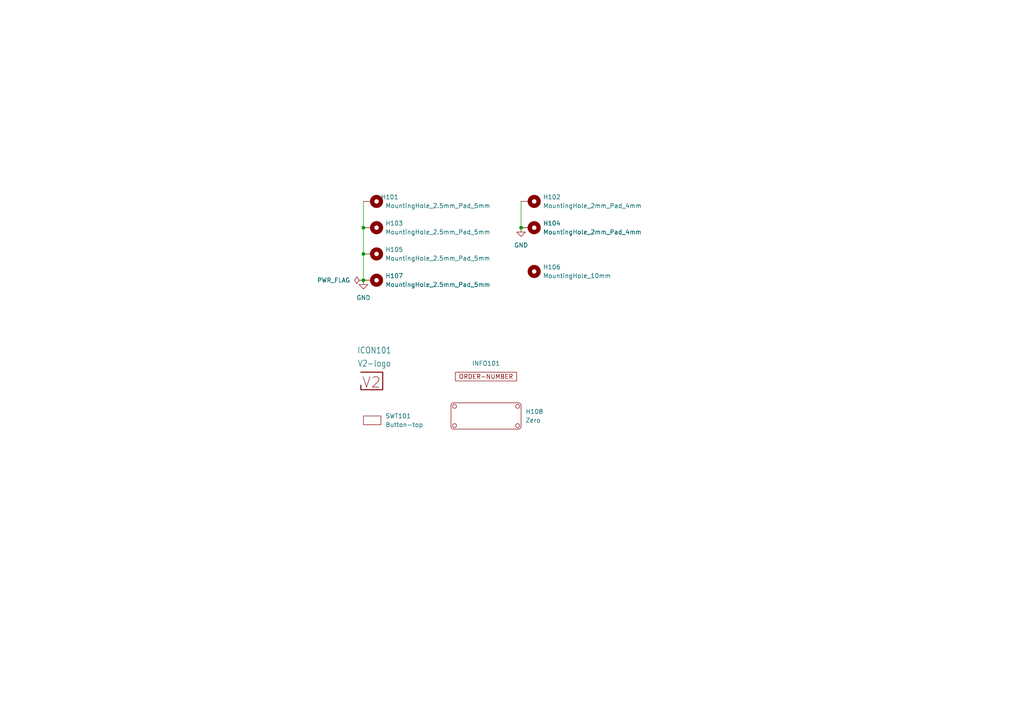
<source format=kicad_sch>
(kicad_sch (version 20231120) (generator "eeschema") (generator_version "8.0")
  (paper "A4")
  (title_block (title "V2 Raspberry Pi Zero") (date "2023-10-11") (rev "1") (company "Versio Duo") (comment 1 "Cover"))
  (lib_symbols
    (symbol "V2_Artwork:V2-logo" (in_bom no)
      (property "Reference" "ICON" (at -3.302 3.81 0))
      (symbol "V2-logo_1_0"
        (polyline (pts (xy -3.302 2.54) (xy 3.048 2.54) (xy 3.048 -2.54) (xy -3.302 -2.54) (xy -3.302 -1.27)) (stroke (width 0.3)))
        (text "V2" (at -0.2055 -0.4053 0) (effects (font (size 3 3))))
      )
    )
    (symbol "V2_Mechanical:MountingHole_2.5mm_Pad_5mm" (pin_numbers hide) (pin_names (offset 1.016) hide) (in_bom no)
      (property "Reference" "H" (at 0 6.35 0))
      (property "Value" "MountingHole_2.5mm_Pad_5mm" (at 0 4.445 0))
      (symbol "MountingHole_2.5mm_Pad_5mm_0_1"
        (circle (center 0 1.27) (radius 1.27) (stroke (width 1.27)))
      )
      (symbol "MountingHole_2.5mm_Pad_5mm_1_1"
        (pin input line (at 0 -2.54 90) (length 2.54) (name "1") (number "1"))
      )
    )
    (symbol "V2_Mechanical:MountingHole_2mm_Pad_4mm" (pin_numbers hide) (pin_names (offset 1.016) hide) (in_bom no)
      (property "Reference" "H" (at 0 6.35 0))
      (property "Value" "MountingHole_2mm_Pad_4mm" (at 0 4.445 0))
      (symbol "MountingHole_2mm_Pad_4mm_0_1"
        (circle (center 0 1.27) (radius 1.27) (stroke (width 1.27)))
      )
      (symbol "MountingHole_2mm_Pad_4mm_1_1"
        (pin input line (at 0 -2.54 90) (length 2.54) (name "1") (number "1"))
      )
    )
    (symbol "V2_Mechanical:MountingHole_8mm" (pin_names (offset 1.016)) (in_bom no)
      (property "Reference" "H" (at 0 5.08 0))
      (property "Value" "MountingHole_8mm" (at 0 3.175 0))
      (symbol "MountingHole_8mm_0_1"
        (circle (center 0 0) (radius 1.27) (stroke (width 1.27)))
      )
    )
    (symbol "V2_PCB_Devices:Button-top" (in_bom no)
      (property "Reference" "SWT1" (at 3.81 1.2701 0))
      (property "Value" "Button-top" (at 3.81 -1.2699 0))
      (symbol "Button-top_0_1"
        (rectangle (start -2.54 1.27) (end 2.54 -1.27))
      )
    )
    (symbol "V2_Production:Order_Number" (in_bom no)
      (property "Reference" "INFO" (at 0 2.54 0))
      (symbol "Order_Number_0_0"
        (text "ORDER-NUMBER" (at 0 0 0) (effects (font (size 1.27 1.27))))
      )
      (symbol "Order_Number_0_1"
        (rectangle (start -8.89 1.27) (end 8.89 -1.27))
      )
    )
    (symbol "V2_RaspberryPi:Zero" (in_bom no)
      (property "Reference" "H" (at -9.906 6.3501 0))
      (property "Value" "Zero" (at -10.16 -4.5719 0))
      (symbol "Zero_0_1"
        (arc (start -10.16 -1.778) (mid -9.9368 -2.3168) (end -9.398 -2.54))
        (arc (start -9.398 5.08) (mid -9.9368 4.8568) (end -10.16 4.318))
        (circle (center -9.144 -1.524) (radius 0.568))
        (circle (center -9.144 4.064) (radius 0.568))
        (polyline (pts (xy -10.16 4.318) (xy -10.16 -1.778)))
        (polyline (pts (xy -9.398 -2.54) (xy 9.398 -2.54)))
        (polyline (pts (xy -9.398 5.08) (xy 9.398 5.08)))
        (polyline (pts (xy 10.16 4.318) (xy 10.16 -1.778)))
        (circle (center 9.144 -1.524) (radius 0.568))
        (circle (center 9.144 4.064) (radius 0.568))
        (arc (start 9.398 -2.54) (mid 9.9323 -2.3123) (end 10.16 -1.778))
        (arc (start 10.16 4.318) (mid 9.9359 4.8559) (end 9.398 5.08))
      )
    )
    (symbol "power:GND" (power) (pin_names (offset 0))
      (property "Value" "GND" (at 0 -3.81 0))
      (symbol "GND_0_1"
        (polyline (pts (xy 0 0) (xy 0 -1.27) (xy 1.27 -1.27) (xy 0 -2.54) (xy -1.27 -1.27) (xy 0 -1.27)))
      )
      (symbol "GND_1_1"
        (pin power_in line (at 0 0 270) (length 0) hide (name "GND") (number "1"))
      )
    )
    (symbol "power:PWR_FLAG" (power) (pin_numbers hide) (pin_names (offset 0) hide)
      (property "Value" "PWR_FLAG" (at 0 3.81 0))
      (symbol "PWR_FLAG_0_0"
        (pin power_out line (at 0 0 90) (length 0) (name "pwr") (number "1"))
      )
      (symbol "PWR_FLAG_0_1"
        (polyline (pts (xy 0 0) (xy 0 1.27) (xy -1.016 1.905) (xy 0 2.54) (xy 1.016 1.905) (xy 0 1.27)))
      )
    )
  )
  (junction (at 151.13 66.04))
  (junction (at 105.41 66.04))
  (junction (at 105.41 81.28))
  (junction (at 105.41 73.66))
  (wire (pts (xy 105.41 66.04) (xy 105.41 73.66)))
  (wire (pts (xy 105.41 58.42) (xy 105.41 66.04)))
  (wire (pts (xy 151.13 58.42) (xy 151.13 66.04)))
  (wire (pts (xy 105.41 73.66) (xy 105.41 81.28)))
  (symbol (lib_id "V2_Mechanical:MountingHole_8mm") (at 154.94 78.74 0) (unit 1) (exclude_from_sim yes) (in_bom no)
    (property "Reference" "H106" (at 157.48 77.47 0) (effects (justify left)))
    (property "Value" "MountingHole_10mm" (at 157.48 80.01 0) (effects (justify left)))
    (property "Footprint" "V2_Mechanical:MountingHole_8mm" (effects (hide yes)))
  )
  (symbol (lib_id "V2_Mechanical:MountingHole_2.5mm_Pad_5mm") (at 107.95 66.04 270) (unit 1) (exclude_from_sim yes) (in_bom no)
    (property "Reference" "H103" (at 111.76 64.77 90) (effects (justify left)))
    (property "Value" "MountingHole_2.5mm_Pad_5mm" (at 111.76 67.31 90) (effects (justify left)))
    (property "Footprint" "V2_Mechanical:MountingHole_2.5mm_Pad_5mm" (effects (hide yes)))
  )
  (symbol (lib_id "V2_RaspberryPi:Zero") (at 140.97 121.92 0) (unit 1) (exclude_from_sim yes) (in_bom no)
    (property "Reference" "H108" (at 152.4 119.38 0) (effects (justify left)))
    (property "Value" "Zero" (at 152.4 121.92 0) (effects (justify left)))
    (property "Footprint" "V2_RaspberryPi:Zero" (effects (hide yes)))
  )
  (symbol (lib_id "power:PWR_FLAG") (at 105.41 81.28 90) (unit 1)
    (property "Reference" "#FLG0101" (effects (hide yes)))
    (property "Value" "PWR_FLAG" (at 101.6 81.28 90) (effects (justify left)))
  )
  (symbol (lib_id "power:GND") (at 151.13 66.04 0) (unit 1)
    (property "Reference" "#PWR0101" (effects (hide yes)))
    (property "Value" "GND" (at 151.13 71.12 0))
  )
  (symbol (lib_id "V2_Mechanical:MountingHole_2mm_Pad_4mm") (at 153.67 66.04 270) (unit 1) (exclude_from_sim yes) (in_bom no)
    (property "Reference" "H104" (at 157.48 64.77 90) (effects (justify left)))
    (property "Value" "MountingHole_2mm_Pad_4mm" (at 157.48 67.31 90) (effects (justify left)))
    (property "Footprint" "V2_Mechanical:MountingHole_2mm_Pad_4mm" (effects (hide yes)))
  )
  (symbol (lib_id "V2_Production:Order_Number") (at 140.97 109.22 0) (unit 1) (exclude_from_sim yes) (in_bom no)
    (property "Reference" "INFO101" (at 140.97 105.41 0))
    (property "Value" "ORDER-NUMBER" (effects (hide yes)))
    (property "Footprint" "V2_Production:Order_Number" (effects (hide yes)))
  )
  (symbol (lib_id "V2_PCB_Devices:Button-top") (at 107.95 121.92 0) (unit 1) (exclude_from_sim yes) (in_bom no)
    (property "Reference" "SWT101" (at 111.76 120.65 0) (effects (justify left)))
    (property "Value" "Button-top" (at 111.76 123.19 0) (effects (justify left)))
    (property "Footprint" "V2_PCB_Devices:PCB_Button-top" (effects (hide yes)))
  )
  (symbol (lib_id "V2_Mechanical:MountingHole_2.5mm_Pad_5mm") (at 107.95 81.28 270) (unit 1) (exclude_from_sim yes) (in_bom no)
    (property "Reference" "H107" (at 111.76 80.01 90) (effects (justify left)))
    (property "Value" "MountingHole_2.5mm_Pad_5mm" (at 111.76 82.55 90) (effects (justify left)))
    (property "Footprint" "V2_Mechanical:MountingHole_2.5mm_Pad_5mm" (effects (hide yes)))
  )
  (symbol (lib_id "V2_Mechanical:MountingHole_2.5mm_Pad_5mm") (at 107.95 58.42 270) (unit 1) (exclude_from_sim yes) (in_bom no)
    (property "Reference" "H101" (at 113.03 57.15 90))
    (property "Value" "MountingHole_2.5mm_Pad_5mm" (at 127 59.69 90))
    (property "Footprint" "V2_Mechanical:MountingHole_2.5mm_Pad_5mm" (effects (hide yes)))
  )
  (symbol (lib_id "V2_Mechanical:MountingHole_2mm_Pad_4mm") (at 153.67 58.42 270) (unit 1) (exclude_from_sim yes) (in_bom no)
    (property "Reference" "H102" (at 157.48 57.15 90) (effects (justify left)))
    (property "Value" "MountingHole_2mm_Pad_4mm" (at 157.48 59.69 90) (effects (justify left)))
    (property "Footprint" "V2_Mechanical:MountingHole_2mm_Pad_4mm" (effects (hide yes)))
  )
  (symbol (lib_id "power:GND") (at 105.41 81.28 0) (unit 1)
    (property "Reference" "#PWR0102" (effects (hide yes)))
    (property "Value" "GND" (at 105.41 86.36 0))
  )
  (symbol (lib_id "V2_Artwork:V2-logo") (at 107.95 110.49 0) (unit 1) (exclude_from_sim yes) (in_bom no)
    (property "Reference" "ICON101" (at 108.585 101.6 0) (effects (font (size 1.778 1.5113))))
    (property "Value" "V2-logo" (at 108.585 105.41 0) (effects (font (size 1.778 1.5113))))
    (property "Footprint" "V2_Artwork:Logo_Small" (effects (hide yes)))
  )
  (symbol (lib_id "V2_Mechanical:MountingHole_2.5mm_Pad_5mm") (at 107.95 73.66 270) (unit 1) (exclude_from_sim yes) (in_bom no)
    (property "Reference" "H105" (at 111.76 72.39 90) (effects (justify left)))
    (property "Value" "MountingHole_2.5mm_Pad_5mm" (at 111.76 74.93 90) (effects (justify left)))
    (property "Footprint" "V2_Mechanical:MountingHole_2.5mm_Pad_5mm" (effects (hide yes)))
  )
)
</source>
